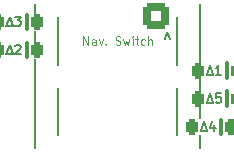
<source format=gto>
G04 #@! TF.GenerationSoftware,KiCad,Pcbnew,7.0.9*
G04 #@! TF.CreationDate,2024-05-03T00:29:51-04:00*
G04 #@! TF.ProjectId,Nav Switch Mount,4e617620-5377-4697-9463-68204d6f756e,rev?*
G04 #@! TF.SameCoordinates,Original*
G04 #@! TF.FileFunction,Legend,Top*
G04 #@! TF.FilePolarity,Positive*
%FSLAX46Y46*%
G04 Gerber Fmt 4.6, Leading zero omitted, Abs format (unit mm)*
G04 Created by KiCad (PCBNEW 7.0.9) date 2024-05-03 00:29:51*
%MOMM*%
%LPD*%
G01*
G04 APERTURE LIST*
G04 Aperture macros list*
%AMRoundRect*
0 Rectangle with rounded corners*
0 $1 Rounding radius*
0 $2 $3 $4 $5 $6 $7 $8 $9 X,Y pos of 4 corners*
0 Add a 4 corners polygon primitive as box body*
4,1,4,$2,$3,$4,$5,$6,$7,$8,$9,$2,$3,0*
0 Add four circle primitives for the rounded corners*
1,1,$1+$1,$2,$3*
1,1,$1+$1,$4,$5*
1,1,$1+$1,$6,$7*
1,1,$1+$1,$8,$9*
0 Add four rect primitives between the rounded corners*
20,1,$1+$1,$2,$3,$4,$5,0*
20,1,$1+$1,$4,$5,$6,$7,0*
20,1,$1+$1,$6,$7,$8,$9,0*
20,1,$1+$1,$8,$9,$2,$3,0*%
G04 Aperture macros list end*
%ADD10C,0.150000*%
%ADD11C,0.100000*%
%ADD12C,0.180000*%
%ADD13C,0.300000*%
%ADD14C,0.127000*%
%ADD15C,2.100000*%
%ADD16RoundRect,0.237500X0.237500X0.412500X-0.237500X0.412500X-0.237500X-0.412500X0.237500X-0.412500X0*%
%ADD17RoundRect,0.329273X-0.772727X0.772727X-0.772727X-0.772727X0.772727X-0.772727X0.772727X0.772727X0*%
%ADD18C,2.004000*%
%ADD19C,2.204000*%
G04 APERTURE END LIST*
D10*
X166050000Y-55500000D02*
X166050000Y-54625000D01*
X166050000Y-53125000D02*
X166050000Y-52250000D01*
X152050000Y-49000000D02*
X152050000Y-48125000D01*
X152050000Y-46625000D02*
X152050000Y-45900000D01*
X152050000Y-58100000D02*
X152050000Y-50500000D01*
X166050000Y-58100000D02*
X166050000Y-57000000D01*
X166050000Y-45900000D02*
X166050000Y-50750000D01*
X166089882Y-56612295D02*
X166356549Y-55812295D01*
X166356549Y-55812295D02*
X166623215Y-56612295D01*
X166623215Y-56612295D02*
X166089882Y-56612295D01*
X167232739Y-56078961D02*
X167232739Y-56612295D01*
X167042263Y-55774200D02*
X166851786Y-56345628D01*
X166851786Y-56345628D02*
X167347025Y-56345628D01*
X166589882Y-54237295D02*
X166856549Y-53437295D01*
X166856549Y-53437295D02*
X167123215Y-54237295D01*
X167123215Y-54237295D02*
X166589882Y-54237295D01*
X167770834Y-53437295D02*
X167389882Y-53437295D01*
X167389882Y-53437295D02*
X167351786Y-53818247D01*
X167351786Y-53818247D02*
X167389882Y-53780152D01*
X167389882Y-53780152D02*
X167466072Y-53742057D01*
X167466072Y-53742057D02*
X167656548Y-53742057D01*
X167656548Y-53742057D02*
X167732739Y-53780152D01*
X167732739Y-53780152D02*
X167770834Y-53818247D01*
X167770834Y-53818247D02*
X167808929Y-53894438D01*
X167808929Y-53894438D02*
X167808929Y-54084914D01*
X167808929Y-54084914D02*
X167770834Y-54161104D01*
X167770834Y-54161104D02*
X167732739Y-54199200D01*
X167732739Y-54199200D02*
X167656548Y-54237295D01*
X167656548Y-54237295D02*
X167466072Y-54237295D01*
X167466072Y-54237295D02*
X167389882Y-54199200D01*
X167389882Y-54199200D02*
X167351786Y-54161104D01*
X149639882Y-47737295D02*
X149906549Y-46937295D01*
X149906549Y-46937295D02*
X150173215Y-47737295D01*
X150173215Y-47737295D02*
X149639882Y-47737295D01*
X150363691Y-46937295D02*
X150858929Y-46937295D01*
X150858929Y-46937295D02*
X150592263Y-47242057D01*
X150592263Y-47242057D02*
X150706548Y-47242057D01*
X150706548Y-47242057D02*
X150782739Y-47280152D01*
X150782739Y-47280152D02*
X150820834Y-47318247D01*
X150820834Y-47318247D02*
X150858929Y-47394438D01*
X150858929Y-47394438D02*
X150858929Y-47584914D01*
X150858929Y-47584914D02*
X150820834Y-47661104D01*
X150820834Y-47661104D02*
X150782739Y-47699200D01*
X150782739Y-47699200D02*
X150706548Y-47737295D01*
X150706548Y-47737295D02*
X150477977Y-47737295D01*
X150477977Y-47737295D02*
X150401786Y-47699200D01*
X150401786Y-47699200D02*
X150363691Y-47661104D01*
X149639882Y-50112295D02*
X149906549Y-49312295D01*
X149906549Y-49312295D02*
X150173215Y-50112295D01*
X150173215Y-50112295D02*
X149639882Y-50112295D01*
X150401786Y-49388485D02*
X150439882Y-49350390D01*
X150439882Y-49350390D02*
X150516072Y-49312295D01*
X150516072Y-49312295D02*
X150706548Y-49312295D01*
X150706548Y-49312295D02*
X150782739Y-49350390D01*
X150782739Y-49350390D02*
X150820834Y-49388485D01*
X150820834Y-49388485D02*
X150858929Y-49464676D01*
X150858929Y-49464676D02*
X150858929Y-49540866D01*
X150858929Y-49540866D02*
X150820834Y-49655152D01*
X150820834Y-49655152D02*
X150363691Y-50112295D01*
X150363691Y-50112295D02*
X150858929Y-50112295D01*
X166589882Y-51862295D02*
X166856549Y-51062295D01*
X166856549Y-51062295D02*
X167123215Y-51862295D01*
X167123215Y-51862295D02*
X166589882Y-51862295D01*
X167808929Y-51862295D02*
X167351786Y-51862295D01*
X167580358Y-51862295D02*
X167580358Y-51062295D01*
X167580358Y-51062295D02*
X167504167Y-51176580D01*
X167504167Y-51176580D02*
X167427977Y-51252771D01*
X167427977Y-51252771D02*
X167351786Y-51290866D01*
D11*
X156150001Y-49318633D02*
X156150001Y-48618633D01*
X156150001Y-48618633D02*
X156550001Y-49318633D01*
X156550001Y-49318633D02*
X156550001Y-48618633D01*
X157183334Y-49318633D02*
X157183334Y-48951966D01*
X157183334Y-48951966D02*
X157150001Y-48885300D01*
X157150001Y-48885300D02*
X157083334Y-48851966D01*
X157083334Y-48851966D02*
X156950001Y-48851966D01*
X156950001Y-48851966D02*
X156883334Y-48885300D01*
X157183334Y-49285300D02*
X157116668Y-49318633D01*
X157116668Y-49318633D02*
X156950001Y-49318633D01*
X156950001Y-49318633D02*
X156883334Y-49285300D01*
X156883334Y-49285300D02*
X156850001Y-49218633D01*
X156850001Y-49218633D02*
X156850001Y-49151966D01*
X156850001Y-49151966D02*
X156883334Y-49085300D01*
X156883334Y-49085300D02*
X156950001Y-49051966D01*
X156950001Y-49051966D02*
X157116668Y-49051966D01*
X157116668Y-49051966D02*
X157183334Y-49018633D01*
X157450001Y-48851966D02*
X157616667Y-49318633D01*
X157616667Y-49318633D02*
X157783334Y-48851966D01*
X158050000Y-49251966D02*
X158083334Y-49285300D01*
X158083334Y-49285300D02*
X158050000Y-49318633D01*
X158050000Y-49318633D02*
X158016667Y-49285300D01*
X158016667Y-49285300D02*
X158050000Y-49251966D01*
X158050000Y-49251966D02*
X158050000Y-49318633D01*
X158883333Y-49285300D02*
X158983333Y-49318633D01*
X158983333Y-49318633D02*
X159150000Y-49318633D01*
X159150000Y-49318633D02*
X159216666Y-49285300D01*
X159216666Y-49285300D02*
X159250000Y-49251966D01*
X159250000Y-49251966D02*
X159283333Y-49185300D01*
X159283333Y-49185300D02*
X159283333Y-49118633D01*
X159283333Y-49118633D02*
X159250000Y-49051966D01*
X159250000Y-49051966D02*
X159216666Y-49018633D01*
X159216666Y-49018633D02*
X159150000Y-48985300D01*
X159150000Y-48985300D02*
X159016666Y-48951966D01*
X159016666Y-48951966D02*
X158950000Y-48918633D01*
X158950000Y-48918633D02*
X158916666Y-48885300D01*
X158916666Y-48885300D02*
X158883333Y-48818633D01*
X158883333Y-48818633D02*
X158883333Y-48751966D01*
X158883333Y-48751966D02*
X158916666Y-48685300D01*
X158916666Y-48685300D02*
X158950000Y-48651966D01*
X158950000Y-48651966D02*
X159016666Y-48618633D01*
X159016666Y-48618633D02*
X159183333Y-48618633D01*
X159183333Y-48618633D02*
X159283333Y-48651966D01*
X159516667Y-48851966D02*
X159650000Y-49318633D01*
X159650000Y-49318633D02*
X159783333Y-48985300D01*
X159783333Y-48985300D02*
X159916667Y-49318633D01*
X159916667Y-49318633D02*
X160050000Y-48851966D01*
X160316666Y-49318633D02*
X160316666Y-48851966D01*
X160316666Y-48618633D02*
X160283333Y-48651966D01*
X160283333Y-48651966D02*
X160316666Y-48685300D01*
X160316666Y-48685300D02*
X160350000Y-48651966D01*
X160350000Y-48651966D02*
X160316666Y-48618633D01*
X160316666Y-48618633D02*
X160316666Y-48685300D01*
X160549999Y-48851966D02*
X160816666Y-48851966D01*
X160649999Y-48618633D02*
X160649999Y-49218633D01*
X160649999Y-49218633D02*
X160683333Y-49285300D01*
X160683333Y-49285300D02*
X160749999Y-49318633D01*
X160749999Y-49318633D02*
X160816666Y-49318633D01*
X161349999Y-49285300D02*
X161283333Y-49318633D01*
X161283333Y-49318633D02*
X161149999Y-49318633D01*
X161149999Y-49318633D02*
X161083333Y-49285300D01*
X161083333Y-49285300D02*
X161049999Y-49251966D01*
X161049999Y-49251966D02*
X161016666Y-49185300D01*
X161016666Y-49185300D02*
X161016666Y-48985300D01*
X161016666Y-48985300D02*
X161049999Y-48918633D01*
X161049999Y-48918633D02*
X161083333Y-48885300D01*
X161083333Y-48885300D02*
X161149999Y-48851966D01*
X161149999Y-48851966D02*
X161283333Y-48851966D01*
X161283333Y-48851966D02*
X161349999Y-48885300D01*
X161649999Y-49318633D02*
X161649999Y-48618633D01*
X161949999Y-49318633D02*
X161949999Y-48951966D01*
X161949999Y-48951966D02*
X161916666Y-48885300D01*
X161916666Y-48885300D02*
X161849999Y-48851966D01*
X161849999Y-48851966D02*
X161749999Y-48851966D01*
X161749999Y-48851966D02*
X161683333Y-48885300D01*
X161683333Y-48885300D02*
X161649999Y-48918633D01*
D12*
X163461145Y-48804421D02*
X163246860Y-48232992D01*
X163246860Y-48232992D02*
X163032574Y-48804421D01*
D13*
X167825000Y-56850000D02*
X167825000Y-55650000D01*
X168325000Y-54475000D02*
X168325000Y-53275000D01*
X151375000Y-47975000D02*
X151375000Y-46775000D01*
X151375000Y-50350000D02*
X151375000Y-49150000D01*
X168325000Y-52100000D02*
X168325000Y-50900000D01*
D14*
X164075000Y-47000000D02*
X164075000Y-51000000D01*
X154025000Y-47000000D02*
X154025000Y-51000000D01*
X164075000Y-53000000D02*
X164075000Y-57000000D01*
X154025000Y-53000000D02*
X154025000Y-57000000D01*
%LPC*%
D15*
X150000000Y-56200000D03*
X168100000Y-47800000D03*
D16*
X168650000Y-56250000D03*
X165350000Y-56250000D03*
X169150000Y-53875000D03*
X165850000Y-53875000D03*
X152200000Y-47375000D03*
X148900000Y-47375000D03*
X152200000Y-49750000D03*
X148900000Y-49750000D03*
X169150000Y-51500000D03*
X165850000Y-51500000D03*
D17*
X162325000Y-46850000D03*
D18*
X158625000Y-46850000D03*
D19*
X155825000Y-46850000D03*
X155825000Y-57150000D03*
D18*
X158625000Y-57150000D03*
D19*
X162325000Y-57150000D03*
%LPD*%
M02*

</source>
